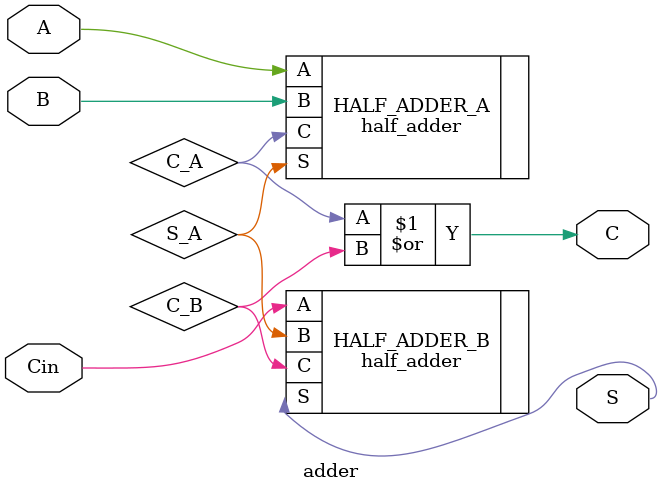
<source format=v>
`timescale 1ns / 1ps


module adder(
    input A,
    input B,
    input Cin,
    output S,
    output C
    );  
    wire S_A,C_A,C_B;
    half_adder HALF_ADDER_A(
            .A(A),
            .B(B),
            .S(S_A),
            .C(C_A)
            );
    half_adder HALF_ADDER_B(
            .A(Cin),
            .B(S_A),
            .S(S),
            .C(C_B)
            );
    assign C=C_A|C_B;  
endmodule

</source>
